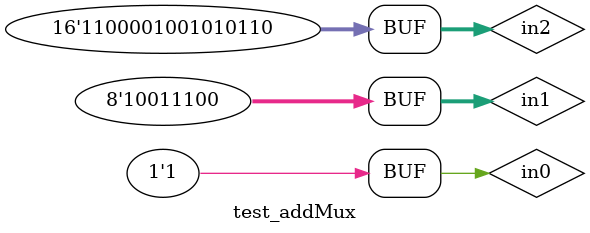
<source format=v>
module test_addMux;
	reg in0;
	reg [7:0] in1;
	reg [15:0] in2;
	wire [15:0] result;
	initial
	begin
	    in0=1'b1; in1=8'b0; in2=16'b0;
	#10 in0=1'b0; in1=8'b1; in2=16'b0000001100100100;
	#10 in0=1'b1; in1=8'b0110; in2=16'b0100000100100101;
	#10 in0=1'b0; in1=8'b1010; in2=16'b0000001100100100;
	#10 in0=1'b1; in1=8'b10011100; in2=16'b1100001001010110;
	end

	initial
	begin
	$monitor($time," Select=%b, PC instr=%b, Address bus in=%b, address bus out=%b",in0,in1,in2,result);
	end

	MUXAddressBus bus(in0,in1,in2,result);

endmodule
</source>
